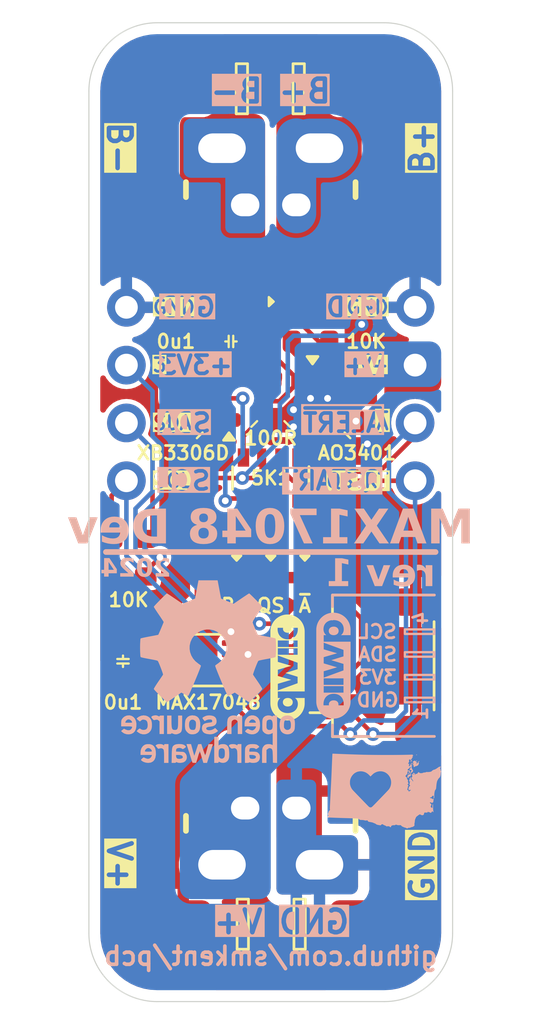
<source format=kicad_pcb>
(kicad_pcb (version 20240108) (generator "pcbnew") (generator_version "8.0")
  (layers (0 "F.Cu" signal) (31 "B.Cu" signal) (34 "B.Paste" user) (35 "F.Paste" user) (36 "B.SilkS" user "B.Silkscreen") (37 "F.SilkS" user "F.Silkscreen") (38 "B.Mask" user) (39 "F.Mask" user) (44 "Edge.Cuts" user))
  (net 0 "")
  (net 1 "GND")
  (net 2 "SDA")
  (net 3 "SCL")
  (net 4 "Net-(LED1-A)")
  (net 5 "B+")
  (net 6 "B-")
  (net 7 "QSTART")
  (net 8 "~{ALERT}")
  (net 9 "+3V3")
  (net 10 "Net-(LED2-A)")
  (net 11 "Net-(LED3-A)")
  (net 12 "Net-(LED4-A)")
  (net 13 "Net-(Q1-G)")
  (net 14 "VCC")
  (net 15 "/PROTECT_VDD")
  (footprint "custom:C_0603_1608Metric" (layer "F.Cu") (at 133.5 136.05 -90)
    (property "Reference" "C1" (hide yes))
    (property "Value" "0u1")
    (pad "1" smd roundrect (at -0.775 0 270) (size 0.9 0.95) (layers "F.Cu" "F.Paste" "F.Mask") (net 5 "B+"))
    (pad "2" smd roundrect (at 0.775 0 270) (size 0.9 0.95) (layers "F.Cu" "F.Paste" "F.Mask") (net 1 "GND"))
  )
  (footprint "custom:SOT-23_simple" (layer "F.Cu") (at 137 124.5 180)
    (property "Reference" "U2" (hide yes))
    (property "Value" "XB3306D")
    (pad "1" smd roundrect (at -0.9375 -0.95 180) (size 1.475 0.6) (layers "F.Cu" "F.Paste" "F.Mask") (net 1 "GND"))
    (pad "2" smd roundrect (at -0.9375 0.95 180) (size 1.475 0.6) (layers "F.Cu" "F.Paste" "F.Mask") (net 15 "/PROTECT_VDD"))
    (pad "3" smd roundrect (at 0.9375 0 180) (size 1.475 0.6) (layers "F.Cu" "F.Paste" "F.Mask") (net 6 "B-"))
  )
  (footprint "connectors:Qwiic-SMD-horizontal-logo-bottom-pinout" (layer "F.Cu") (at 144.5 136.25 90)
    (property "Reference" "J1" (hide yes))
    (property "Value" "Qwiic")
    (fp_text user "SCL" (at 1.5 0.2 0) (layer "B.SilkS") (effects (font (size 0.6 0.6) (thickness 0.12) (bold yes)) (justify mirror)))
    (fp_text user "4" (at 2.1 2.1 90) (layer "B.SilkS") (effects (font (size 0.6 0.6) (thickness 0.12) (bold yes)) (justify mirror)))
    (fp_text user "SDA" (at 0.5 0.2 0) (layer "B.SilkS") (effects (font (size 0.6 0.6) (thickness 0.12) (bold yes)) (justify mirror)))
    (fp_text user "1" (at -2.1 2.1 90) (layer "B.SilkS") (effects (font (size 0.6 0.6) (thickness 0.12) (bold yes)) (justify mirror)))
    (fp_text user "3V3" (at -0.5 0.2 0) (layer "B.SilkS") (effects (font (size 0.6 0.6) (thickness 0.12) (bold yes)) (justify mirror)))
    (fp_text user "GND" (at -1.5 0.2 0) (layer "B.SilkS") (effects (font (size 0.6 0.6) (thickness 0.12) (bold yes)) (justify mirror)))
    (pad "1" smd roundrect (at -1.5 -2 90) (size 0.6 1.55) (layers "F.Cu" "F.Paste" "F.Mask") (net 1 "GND"))
    (pad "2" smd roundrect (at -0.5 -2 90) (size 0.6 1.55) (layers "F.Cu" "F.Paste" "F.Mask") (net 9 "+3V3"))
    (pad "3" smd roundrect (at 0.5 -2 90) (size 0.6 1.55) (layers "F.Cu" "F.Paste" "F.Mask") (net 2 "SDA"))
    (pad "4" smd roundrect (at 1.5 -2 90) (size 0.6 1.55) (layers "F.Cu" "F.Paste" "F.Mask") (net 3 "SCL"))
    (pad "MP" smd roundrect (at -2.8 1.875 90) (size 1.2 1.8) (layers "F.Cu" "F.Paste" "F.Mask") (roundrect_rratio 0.208333) (net 1 "GND"))
    (pad "MP" smd roundrect (at 2.8 1.875 90) (size 1.2 1.8) (layers "F.Cu" "F.Paste" "F.Mask") (roundrect_rratio 0.208333) (net 1 "GND"))
  )
  (footprint "Resistor_SMD:R_Array_Convex_4x0603" (layer "F.Cu") (at 140 128 90)
    (property "Reference" "RN1" (hide yes))
    (property "Value" "5K1")
    (pad "1" smd rect (at -0.9 -1.2 90) (size 0.8 0.5) (layers "F.Cu" "F.Paste" "F.Mask") (net 6 "B-"))
    (pad "2" smd rect (at -0.9 -0.4 90) (size 0.8 0.4) (layers "F.Cu" "F.Paste" "F.Mask") (net 10 "Net-(LED2-A)"))
    (pad "3" smd rect (at -0.9 0.4 90) (size 0.8 0.4) (layers "F.Cu" "F.Paste" "F.Mask") (net 11 "Net-(LED3-A)"))
    (pad "4" smd rect (at -0.9 1.2 90) (size 0.8 0.5) (layers "F.Cu" "F.Paste" "F.Mask") (net 12 "Net-(LED4-A)"))
    (pad "5" smd rect (at 0.9 1.2 90) (size 0.8 0.5) (layers "F.Cu" "F.Paste" "F.Mask") (net 8 "~{ALERT}"))
    (pad "6" smd rect (at 0.9 0.4 90) (size 0.8 0.4) (layers "F.Cu" "F.Paste" "F.Mask") (net 7 "QSTART"))
    (pad "7" smd rect (at 0.9 -0.4 90) (size 0.8 0.4) (layers "F.Cu" "F.Paste" "F.Mask") (net 5 "B+"))
    (pad "8" smd rect (at 0.9 -1.2 90) (size 0.8 0.5) (layers "F.Cu" "F.Paste" "F.Mask") (net 4 "Net-(LED1-A)"))
  )
  (footprint "custom:TDFN-8-1EP_2x2mm_P0.5mm_EP0.8x1.2mm" (layer "F.Cu") (at 137.25 136)
    (property "Reference" "U1" (hide yes))
    (property "Value" "MAX17048")
    (pad "1" smd roundrect (at -0.9875 -0.75) (size 0.775 0.25) (layers "F.Cu" "F.Paste" "F.Mask") (net 1 "GND"))
    (pad "2" smd roundrect (at -0.9875 -0.25) (size 0.775 0.25) (layers "F.Cu" "F.Paste" "F.Mask") (net 5 "B+"))
    (pad "3" smd roundrect (at -0.9875 0.25) (size 0.775 0.25) (layers "F.Cu" "F.Paste" "F.Mask") (net 5 "B+"))
    (pad "4" smd roundrect (at -0.9875 0.75) (size 0.775 0.25) (layers "F.Cu" "F.Paste" "F.Mask") (net 1 "GND"))
    (pad "5" smd roundrect (at 0.9875 0.75) (size 0.775 0.25) (layers "F.Cu" "F.Paste" "F.Mask") (net 8 "~{ALERT}"))
    (pad "6" smd roundrect (at 0.9875 0.25) (size 0.775 0.25) (layers "F.Cu" "F.Paste" "F.Mask") (net 7 "QSTART"))
    (pad "7" smd roundrect (at 0.9875 -0.25) (size 0.775 0.25) (layers "F.Cu" "F.Paste" "F.Mask") (net 3 "SCL"))
    (pad "8" smd roundrect (at 0.9875 -0.75) (size 0.775 0.25) (layers "F.Cu" "F.Paste" "F.Mask") (net 2 "SDA"))
    (pad "9" smd rect (at 0 0) (size 0.8 1.2) (property pad_prop_heatsink) (layers "F.Cu" "F.Mask") (net 1 "GND"))
  )
  (footprint "custom:LED_0603_1608Metric_Pad1.05x0.95mm_HandSolder_simple" (layer "F.Cu") (at 140 120.25 180)
    (property "Reference" "LED1" (hide yes))
    (property "Value" "Red")
    (pad "1" smd roundrect (at -0.875 0 180) (size 1.05 0.95) (layers "F.Cu" "F.Paste" "F.Mask") (net 5 "B+"))
    (pad "2" smd roundrect (at 0.875 0 180) (size 1.05 0.95) (layers "F.Cu" "F.Paste" "F.Mask") (net 4 "Net-(LED1-A)"))
  )
  (footprint "custom:LED_0603_1608Metric_Pad1.05x0.95mm_HandSolder_simple" (layer "F.Cu") (at 138.5 131.5 90)
    (property "Reference" "LED2" (hide yes))
    (property "Value" "Green")
    (pad "1" smd roundrect (at -0.875 0 90) (size 1.05 0.95) (layers "F.Cu" "F.Paste" "F.Mask") (net 1 "GND"))
    (pad "2" smd roundrect (at 0.875 0 90) (size 1.05 0.95) (layers "F.Cu" "F.Paste" "F.Mask") (net 10 "Net-(LED2-A)"))
  )
  (footprint "custom:LED_0603_1608Metric_Pad1.05x0.95mm_HandSolder_simple" (layer "F.Cu") (at 140 131.5 90)
    (property "Reference" "LED3" (hide yes))
    (property "Value" "White")
    (pad "1" smd roundrect (at -0.875 0 90) (size 1.05 0.95) (layers "F.Cu" "F.Paste" "F.Mask") (net 1 "GND"))
    (pad "2" smd roundrect (at 0.875 0 90) (size 1.05 0.95) (layers "F.Cu" "F.Paste" "F.Mask") (net 11 "Net-(LED3-A)"))
  )
  (footprint "custom:SOT-23_simple" (layer "F.Cu") (at 143 124.5)
    (property "Reference" "Q1" (hide yes))
    (property "Value" "AO3401A")
    (pad "1" smd roundrect (at -0.9375 -0.95) (size 1.475 0.6) (layers "F.Cu" "F.Paste" "F.Mask") (net 13 "Net-(Q1-G)"))
    (pad "2" smd roundrect (at -0.9375 0.95) (size 1.475 0.6) (layers "F.Cu" "F.Paste" "F.Mask") (net 14 "VCC"))
    (pad "3" smd roundrect (at 0.9375 0) (size 1.475 0.6) (layers "F.Cu" "F.Paste" "F.Mask") (net 5 "B+"))
  )
  (footprint "custom:Conn_Combo_TerminalBlock_JST-1x02-XH_PH-pad2gnd" (layer "F.Cu") (at 140 142.5)
    (property "Reference" "J5" (hide yes))
    (property "Value" "JST XH / PH / screw terminal")
    (pad "1" thru_hole oval (at -2.145 2.4892) (size 3.39 2.6) (drill oval 2.09 1.3) (layers "*.Cu" "*.Mask") (net 14 "VCC"))
    (pad "1" smd roundrect (at -1.25 -0.75) (size 2 5) (layers "F.Cu" "F.Paste" "F.Mask") (net 14 "VCC"))
    (pad "1" thru_hole oval (at -1.125 0) (size 1.75 5.05) (drill oval 1.25 1 (offset 0 1.275)) (layers "*.Cu" "*.Mask") (net 14 "VCC"))
    (pad "2" thru_hole roundrect (at 1.125 0) (size 1.75 5.05) (drill oval 1.25 1 (offset 0 1.275)) (layers "*.Cu" "*.Mask") (roundrect_rratio 0.1428571429) (net 1 "GND"))
    (pad "2" smd roundrect (at 1.25 -0.75) (size 2 5) (layers "F.Cu" "F.Paste" "F.Mask") (net 1 "GND"))
    (pad "2" thru_hole roundrect (at 2.145 2.4892) (size 3.39 2.6) (drill oval 2.09 1.3) (layers "*.Cu" "*.Mask") (roundrect_rratio 0.125) (net 1 "GND"))
    (pad "MP" smd roundrect (at -3.85 5.75) (size 2.5 3.4) (layers "F.Cu" "F.Paste" "F.Mask") (roundrect_rratio 0.166667) (net 1 "GND"))
    (pad "MP" smd roundrect (at 3.85 5.75) (size 2.5 3.4) (layers "F.Cu" "F.Paste" "F.Mask") (roundrect_rratio 0.166667) (net 1 "GND"))
  )
  (footprint "custom:C_0603_1608Metric" (layer "F.Cu") (at 138.25 122 180)
    (property "Reference" "C2" (hide yes))
    (property "Value" "0u1")
    (pad "1" smd roundrect (at -0.775 0 180) (size 0.9 0.95) (layers "F.Cu" "F.Paste" "F.Mask") (net 15 "/PROTECT_VDD"))
    (pad "2" smd roundrect (at 0.775 0 180) (size 0.9 0.95) (layers "F.Cu" "F.Paste" "F.Mask") (net 6 "B-"))
  )
  (footprint "custom:R_0603_1608Metric_simple" (layer "F.Cu") (at 133 131.5 90)
    (property "Reference" "R3" (hide yes))
    (property "Value" "10K")
    (pad "1" smd roundrect (at -0.825 0 90) (size 0.8 0.95) (layers "F.Cu" "F.Paste" "F.Mask") (net 9 "+3V3"))
    (pad "2" smd roundrect (at 0.825 0 90) (size 0.8 0.95) (layers "F.Cu" "F.Paste" "F.Mask") (net 3 "SCL"))
  )
  (footprint "custom:Conn_Combo_TerminalBlock_JST-1x02-XH_PH-pad2gnd" (layer "F.Cu") (at 140 116 180)
    (property "Reference" "J2" (hide yes))
    (property "Value" "JST XH / PH / screw terminal")
    (pad "1" thru_hole oval (at -2.145 2.4892 180) (size 3.39 2.6) (drill oval 2.09 1.3) (layers "*.Cu" "*.Mask") (net 5 "B+"))
    (pad "1" smd roundrect (at -1.25 -0.75 180) (size 2 5) (layers "F.Cu" "F.Paste" "F.Mask") (net 5 "B+"))
    (pad "1" thru_hole oval (at -1.125 0 180) (size 1.75 5.05) (drill oval 1.25 1 (offset 0 1.275)) (layers "*.Cu" "*.Mask") (net 5 "B+"))
    (pad "2" thru_hole roundrect (at 1.125 0 180) (size 1.75 5.05) (drill oval 1.25 1 (offset 0 1.275)) (layers "*.Cu" "*.Mask") (roundrect_rratio 0.1428571429) (net 6 "B-"))
    (pad "2" smd roundrect (at 1.25 -0.75 180) (size 2 5) (layers "F.Cu" "F.Paste" "F.Mask") (net 6 "B-"))
    (pad "2" thru_hole roundrect (at 2.145 2.4892 180) (size 3.39 2.6) (drill oval 2.09 1.3) (layers "*.Cu" "*.Mask") (roundrect_rratio 0.125) (net 6 "B-"))
    (pad "MP" smd roundrect (at -3.85 5.75 180) (size 2.5 3.4) (layers "F.Cu" "F.Paste" "F.Mask") (roundrect_rratio 0.166667) (net 1 "GND"))
    (pad "MP" smd roundrect (at 3.85 5.75 180) (size 2.5 3.4) (layers "F.Cu" "F.Paste" "F.Mask") (roundrect_rratio 0.166667) (net 1 "GND"))
  )
  (footprint "custom:R_0603_1608Metric_simple" (layer "F.Cu") (at 140 124.5 -90)
    (property "Reference" "R1" (hide yes))
    (property "Value" "100R")
    (pad "1" smd roundrect (at -0.825 0 270) (size 0.8 0.95) (layers "F.Cu" "F.Paste" "F.Mask") (net 15 "/PROTECT_VDD"))
    (pad "2" smd roundrect (at 0.825 0 270) (size 0.8 0.95) (layers "F.Cu" "F.Paste" "F.Mask") (net 14 "VCC"))
  )
  (footprint "custom:R_0603_1608Metric_simple" (layer "F.Cu") (at 134.5 131.5 90)
    (property "Reference" "R2" (hide yes))
    (property "Value" "10K")
    (pad "1" smd roundrect (at -0.825 0 90) (size 0.8 0.95) (layers "F.Cu" "F.Paste" "F.Mask") (net 9 "+3V3"))
    (pad "2" smd roundrect (at 0.825 0 90) (size 0.8 0.95) (layers "F.Cu" "F.Paste" "F.Mask") (net 2 "SDA"))
  )
  (footprint "custom:R_0603_1608Metric_simple" (layer "F.Cu") (at 141.75 122)
    (property "Reference" "R4" (hide yes))
    (property "Value" "10K")
    (pad "1" smd roundrect (at -0.825 0) (size 0.8 0.95) (layers "F.Cu" "F.Paste" "F.Mask") (net 13 "Net-(Q1-G)"))
    (pad "2" smd roundrect (at 0.825 0) (size 0.8 0.95) (layers "F.Cu" "F.Paste" "F.Mask") (net 6 "B-"))
  )
  (footprint "custom:LED_0603_1608Metric_Pad1.05x0.95mm_HandSolder_simple" (layer "F.Cu") (at 141.5 131.5 90)
    (property "Reference" "LED4" (hide yes))
    (property "Value" "Pink")
    (pad "1" smd roundrect (at -0.875 0 90) (size 1.05 0.95) (layers "F.Cu" "F.Paste" "F.Mask") (net 1 "GND"))
    (pad "2" smd roundrect (at 0.875 0 90) (size 1.05 0.95) (layers "F.Cu" "F.Paste" "F.Mask") (net 12 "Net-(LED4-A)"))
  )
  (footprint "custom:PinHeader_1x04_P2.54mm_Vertical_simple" (layer "B.Cu") (at 146.35 120.5 180)
    (property "Reference" "J4" (hide yes))
    (property "Value" "Pin headers")
    (pad "1" thru_hole oval (at 0 0 180) (size 1.7 1.7) (drill 1) (layers "*.Cu" "*.Mask") (net 1 "GND"))
    (pad "2" thru_hole oval (at 0 -2.54 180) (size 1.7 1.7) (drill 1) (layers "*.Cu" "*.Mask") (net 14 "VCC"))
    (pad "3" thru_hole oval (at 0 -5.08 180) (size 1.7 1.7) (drill 1) (layers "*.Cu" "*.Mask") (net 8 "~{ALERT}"))
    (pad "4" thru_hole oval (at 0 -7.62 180) (size 1.7 1.7) (drill 1) (layers "*.Cu" "*.Mask") (net 7 "QSTART"))
  )
  (footprint "Symbol:OSHW-Logo_7.5x8mm_SilkScreen" (layer "B.Cu") (at 137.25 136.5 180)
    (property "Reference" "REF**" (hide yes))
    (property "Value" "OSHW-Logo_7.5x8mm_SilkScreen" (hide yes))
  )
  (footprint "custom:PinHeader_1x04_P2.54mm_Vertical_simple" (layer "B.Cu") (at 133.65 120.5 180)
    (property "Reference" "J3" (hide yes))
    (property "Value" "Pin headers")
    (pad "1" thru_hole oval (at 0 0 180) (size 1.7 1.7) (drill 1) (layers "*.Cu" "*.Mask") (net 1 "GND"))
    (pad "2" thru_hole oval (at 0 -2.54 180) (size 1.7 1.7) (drill 1) (layers "*.Cu" "*.Mask") (net 9 "+3V3"))
    (pad "3" thru_hole oval (at 0 -5.08 180) (size 1.7 1.7) (drill 1) (layers "*.Cu" "*.Mask") (net 2 "SDA"))
    (pad "4" thru_hole oval (at 0 -7.62 180) (size 1.7 1.7) (drill 1) (layers "*.Cu" "*.Mask") (net 3 "SCL"))
  )
  (footprint "graphics:wa-state-heart-5mm" (layer "B.Cu") (at 145 141.75 180)
    (property "Reference" "G***" (hide yes))
    (property "Value" "LOGO" (hide yes))
  )
  (gr_line (start 147.25 131.25) (end 132.75 131.25) (stroke (width 0.25)) (layer "B.SilkS"))
  (gr_line (start 143.5 126.25) (end 143.25 126) (stroke (width 0.1)) (layer "F.SilkS"))
  (gr_line (start 140.6 125.5) (end 140.85 125.75) (stroke (width 0.1)) (layer "F.SilkS"))
  (gr_line (start 139.15 125.75) (end 139.4 125.5) (stroke (width 0.1)) (layer "F.SilkS"))
  (gr_line (start 137 126) (end 136.75 126.25) (stroke (width 0.1)) (layer "F.SilkS"))
  (gr_arc (start 135 151) (mid 132.87868 150.12132) (end 132 148) (stroke (width 0.05)) (layer "Edge.Cuts"))
  (gr_arc (start 145 108) (mid 147.12132 108.87868) (end 148 111) (stroke (width 0.05)) (layer "Edge.Cuts"))
  (gr_line (start 135 108) (end 145 108) (stroke (width 0.05)) (layer "Edge.Cuts"))
  (gr_line (start 145 151) (end 135 151) (stroke (width 0.05)) (layer "Edge.Cuts"))
  (gr_arc (start 148 148) (mid 147.12132 150.12132) (end 145 151) (stroke (width 0.05)) (layer "Edge.Cuts"))
  (gr_line (start 132 148) (end 132 111) (stroke (width 0.05)) (layer "Edge.Cuts"))
  (gr_arc (start 132 111) (mid 132.87868 108.87868) (end 135 108) (stroke (width 0.05)) (layer "Edge.Cuts"))
  (gr_line (start 148 111) (end 148 148) (stroke (width 0.05)) (layer "Edge.Cuts"))
  (gr_text "+3V3" (at 135 123.04 0) (layer "B.SilkS" knockout) (effects (font (size 0.8 0.8) (thickness 0.16) (bold yes)) (justify right mirror)))
  (gr_text "MAX17048 Dev" (at 140 130.25 -0) (layer "B.SilkS") (effects (font (size 1.5 1.5) (thickness 0.3) (bold yes)) (justify mirror)))
  (gr_text "V+" (at 139.75 147.5 -0) (layer "B.SilkS" knockout) (effects (font (size 1 1) (thickness 0.2) (bold yes)) (justify left mirror)))
  (gr_text "~{ALERT}" (at 145 125.58 0) (layer "B.SilkS" knockout) (effects (font (size 0.8 0.8) (thickness 0.16) (bold yes)) (justify left mirror)))
  (gr_text "GND" (at 145 120.5 0) (layer "B.SilkS" knockout) (effects (font (size 0.8 0.8) (thickness 0.16) (bold yes)) (justify left mirror)))
  (gr_text "rev 1" (at 147.25 132.25 0) (layer "B.SilkS") (effects (font (size 1.2 1.2) (thickness 0.24) (bold yes)) (justify left mirror)))
  (gr_text "GND" (at 135 120.5 0) (layer "B.SilkS" knockout) (effects (font (size 0.8 0.8) (thickness 0.16) (bold yes)) (justify right mirror)))
  (gr_text "2024" (at 132.5 132 0) (layer "B.SilkS") (effects (font (size 0.8 0.8) (thickness 0.24) (bold yes)) (justify right mirror)))
  (gr_text "QSTART" (at 145 128.12 0) (layer "B.SilkS" knockout) (effects (font (size 0.8 0.8) (thickness 0.16) (bold yes)) (justify left mirror)))
  (gr_text "SCL" (at 135 128.12 0) (layer "B.SilkS" knockout) (effects (font (size 0.8 0.8) (thickness 0.16) (bold yes)) (justify right mirror)))
  (gr_text "B+" (at 140.25 111 -0) (layer "B.SilkS" knockout) (effects (font (size 1 1) (thickness 0.2) (bold yes)) (justify right mirror)))
  (gr_text "github.com/smkent/pcb" (at 140 149 0) (layer "B.SilkS") (effects (font (size 0.8 0.8) (thickness 0.16) (bold yes)) (justify mirror)))
  (gr_text "SDA" (at 135 125.58 0) (layer "B.SilkS" knockout) (effects (font (size 0.8 0.8) (thickness 0.16) (bold yes)) (justify right mirror)))
  (gr_text "B-" (at 139.75 111 -0) (layer "B.SilkS" knockout) (effects (font (size 1 1) (thickness 0.2) (bold yes)) (justify left mirror)))
  (gr_text "V+" (at 145 123.04 0) (layer "B.SilkS" knockout) (effects (font (size 0.8 0.8) (thickness 0.16) (bold yes)) (justify left mirror)))
  (gr_text "GND" (at 140.25 147.5 -0) (layer "B.SilkS" knockout) (effects (font (size 1 1) (thickness 0.2) (bold yes)) (justify right mirror)))
  (gr_text "10K" (at 133.75 133 0) (layer "F.SilkS") (effects (font (size 0.6 0.6) (thickness 0.12) (bold yes)) (justify top)))
  (gr_text "0u1" (at 136.75 122 0) (layer "F.SilkS") (effects (font (size 0.6 0.6) (thickness 0.12) (bold yes)) (justify right)))
  (gr_text "SCL" (at 134.75 128.12 0) (layer "F.SilkS" knockout) (effects (font (size 0.6 0.6) (thickness 0.12) (bold yes)) (justify left)))
  (gr_text "V+" (at 145.25 123.04 0) (layer "F.SilkS" knockout) (effects (font (size 0.6 0.6) (thickness 0.12) (bold yes)) (justify right)))
  (gr_text "V+" (at 132.75 145 -90) (layer "F.SilkS" knockout) (effects (font (size 1 1) (thickness 0.2) (bold yes)) (justify bottom)))
  (gr_text "3" (at 134.75 123.04 0) (layer "F.SilkS" knockout) (effects (font (size 0.6 0.6) (thickness 0.12) (bold yes)) (justify left)))
  (gr_text "5K1" (at 140 128 0) (layer "F.SilkS") (effects (font (size 0.6 0.6) (thickness 0.12) (bold yes))))
  (gr_text "~{A}" (at 141.5 133.25 0) (layer "F.SilkS") (effects (font (size 0.6 0.6) (thickness 0.12) (bold yes)) (justify top)))
  (gr_text "XB3306D" (at 138.25 126.9 0) (layer "F.SilkS") (effects (font (size 0.6 0.6) (thickness 0.12) (bold yes)) (justify right)))
  (gr_text "GND" (at 134.75 120.5 0) (layer "F.SilkS" knockout) (effects (font (size 0.6 0.6) (thickness 0.12) (bold yes)) (justify left)))
  (gr_text "B-" (at 132.75 113.5 -90) (layer "F.SilkS" knockout) (effects (font (size 1 1) (thickness 0.2) (bold yes)) (justify bottom)))
  (gr_text "MAX17048" (at 137.25 137.5 0) (layer "F.SilkS") (effects (font (size 0.6 0.6) (thickness 0.12) (bold yes)) (justify top)))
  (gr_text "B+" (at 138.5 133.25 0) (layer "F.SilkS") (effects (font (size 0.6 0.6) (thickness 0.12) (bold yes)) (justify top)))
  (gr_text "GND" (at 147.25 145 90) (layer "F.SilkS" knockout) (effects (font (size 1 1) (thickness 0.2) (bold yes)) (justify bottom)))
  (gr_text "10K" (at 143.25 122 0) (layer "F.SilkS") (effects (font (size 0.6 0.6) (thickness 0.12) (bold yes)) (justify left)))
  (gr_text "AO3401" (at 142 126.9 0) (layer "F.SilkS") (effects (font (size 0.6 0.6) (thickness 0.12) (bold yes)) (justify left)))
  (gr_text "0u1" (at 133.5 137.5 0) (layer "F.SilkS") (effects (font (size 0.6 0.6) (thickness 0.12) (bold yes)) (justify top)))
  (gr_text "~{A}" (at 145.25 125.58 0) (layer "F.SilkS" knockout) (effects (font (size 0.6 0.6) (thickness 0.12) (bold yes)) (justify right)))
  (gr_text "QS" (at 140 133.25 0) (layer "F.SilkS") (effects (font (size 0.6 0.6) (thickness 0.12) (bold yes)) (justify top)))
  (gr_text "QSTRT" (at 145.25 128.12 0) (layer "F.SilkS" knockout) (effects (font (size 0.6 0.6) (thickness 0.12) (bold yes)) (justify right)))
  (gr_text "B+" (at 147.25 113.5 90) (layer "F.SilkS" knockout) (effects (font (size 1 1) (thickness 0.2) (bold yes)) (justify bottom)))
  (gr_text "GND" (at 145.25 120.5 0) (layer "F.SilkS" knockout) (effects (font (size 0.6 0.6) (thickness 0.12) (bold yes)) (justify right)))
  (gr_text "100R" (at 140 126.25 0) (layer "F.SilkS") (effects (font (size 0.6 0.6) (thickness 0.12) (bold yes))))
  (gr_text "SDA" (at 134.75 125.58 0) (layer "F.SilkS" knockout) (effects (font (size 0.6 0.6) (thickness 0.12) (bold yes)) (justify left)))
  (segment (start 135.25 111.15) (end 135.25 113) (width 0.2) (layer "F.Cu") (net 1))
  (segment (start 136.15 110.25) (end 135.25 111.15) (width 0.2) (layer "F.Cu") (net 1))
  (via (at 144.25 126.5) (size 0.6) (drill 0.3) (layers "F.Cu" "B.Cu") (net 1))
  (segment (start 143.575 134.325) (end 143.575 135.449999) (width 0.2) (layer "F.Cu") (net 2))
  (segment (start 138.2375 134.7625) (end 138.25 134.75) (width 0.2) (layer "F.Cu") (net 2))
  (segment (start 138.2375 135.25) (end 138.4875 135) (width 0.2) (layer "F.Cu") (net 2))
  (segment (start 143.274999 135.75) (end 142.5 135.75) (width 0.2) (layer "F.Cu") (net 2))
  (segment (start 141.665685 134.15) (end 143.4 134.15) (width 0.2) (layer "F.Cu") (net 2))
  (segment (start 140.815685 135) (end 141.665685 134.15) (width 0.2) (layer "F.Cu") (net 2))
  (segment (start 134.8 126.73) (end 134.8 130.375) (width 0.2) (layer "F.Cu") (net 2))
  (segment (start 138.2375 135.25) (end 138.2375 134.7625) (width 0.2) (layer "F.Cu") (net 2))
  (segment (start 133.65 125.58) (end 134.8 126.73) (width 0.2) (layer "F.Cu") (net 2))
  (segment (start 138.4875 135) (end 140.815685 135) (width 0.2) (layer "F.Cu") (net 2))
  (segment (start 143.4 134.15) (end 143.575 134.325) (width 0.2) (layer "F.Cu") (net 2))
  (segment (start 143.575 135.449999) (end 143.274999 135.75) (width 0.2) (layer "F.Cu") (net 2))
  (segment (start 134.8 130.375) (end 134.5 130.675) (width 0.2) (layer "F.Cu") (net 2))
  (via (at 138.25 134.75) (size 0.6) (drill 0.3) (layers "F.Cu" "B.Cu") (net 2))
  (segment (start 134.8 126.73) (end 134.8 128.596346) (width 0.2) (layer "B.Cu") (net 2))
  (segment (start 134.8 128.596346) (end 134.05 129.346346) (width 0.2) (layer "B.Cu") (net 2))
  (segment (start 134.05 129.346346) (end 134.05 131.257843) (width 0.2) (layer "B.Cu") (net 2))
  (segment (start 134.05 131.257843) (end 137.542157 134.75) (width 0.2) (layer "B.Cu") (net 2))
  (segment (start 137.542157 134.75) (end 138.25 134.75) (width 0.2) (layer "B.Cu") (net 2))
  (segment (start 133.65 125.58) (end 134.8 126.73) (width 0.2) (layer "B.Cu") (net 2))
  (segment (start 133 130.675) (end 133 128.77) (width 0.2) (layer "F.Cu") (net 3))
  (segment (start 139.35 135.4) (end 140.981371 135.4) (width 0.2) (layer "F.Cu") (net 3))
  (segment (start 138.2375 135.75) (end 139 135.75) (width 0.2) (layer "F.Cu") (net 3))
  (segment (start 141.631371 134.75) (end 142.5 134.75) (width 0.2) (layer "F.Cu") (net 3))
  (segment (start 140.981371 135.4) (end 141.631371 134.75) (width 0.2) (layer "F.Cu") (net 3))
  (segment (start 133 128.77) (end 133.65 128.12) (width 0.2) (layer "F.Cu") (net 3))
  (segment (start 139 135.75) (end 139.35 135.4) (width 0.2) (layer "F.Cu") (net 3))
  (via (at 139 135.75) (size 0.6) (drill 0.3) (layers "F.Cu" "B.Cu") (net 3))
  (segment (start 139 135.75) (end 137.976471 135.75) (width 0.2) (layer "B.Cu") (net 3))
  (segment (start 133.65 131.423529) (end 133.65 128.12) (width 0.2) (layer "B.Cu") (net 3))
  (segment (start 137.976471 135.75) (end 133.65 131.423529) (width 0.2) (layer "B.Cu") (net 3))
  (segment (start 139.225 125.737648) (end 138.8 126.162648) (width 0.2) (layer "F.Cu") (net 4))
  (segment (start 140.225 121.975) (end 140.225 122.712352) (width 0.2) (layer "F.Cu") (net 4))
  (segment (start 139.512352 124.625) (end 139.225 124.912352) (width 0.2) (layer "F.Cu") (net 4))
  (segment (start 140.225 122.712352) (end 141 123.487352) (width 0.2) (layer "F.Cu") (net 4))
  (segment (start 141 123.487352) (end 141 124) (width 0.2) (layer "F.Cu") (net 4))
  (segment (start 141 124) (end 140.375 124.625) (width 0.2) (layer "F.Cu") (net 4))
  (segment (start 138.8 126.162648) (end 138.8 127.1) (width 0.2) (layer "F.Cu") (net 4))
  (segment (start 139.125 120.875) (end 140.225 121.975) (width 0.2) (layer "F.Cu") (net 4))
  (segment (start 139.225 124.912352) (end 139.225 125.737648) (width 0.2) (layer "F.Cu") (net 4))
  (segment (start 139.125 120.25) (end 139.125 120.875) (width 0.2) (layer "F.Cu") (net 4))
  (segment (start 140.375 124.625) (end 139.512352 124.625) (width 0.2) (layer "F.Cu") (net 4))
  (segment (start 139.6 127.7) (end 139.3 128) (width 0.2) (layer "F.Cu") (net 5))
  (segment (start 135.860614 135.75) (end 135.25 135.139386) (width 0.2) (layer "F.Cu") (net 5))
  (segment (start 136.2625 135.75) (end 135.860614 135.75) (width 0.2) (layer "F.Cu") (net 5))
  (segment (start 136.75 128.75) (end 137.5 128) (width 0.2) (layer "F.Cu") (net 5))
  (segment (start 139.3 128) (end 138.75 128) (width 0.2) (layer "F.Cu") (net 5))
  (segment (start 137.5 128) (end 138.75 128) (width 0.2) (layer "F.Cu") (net 5))
  (segment (start 136.75 133.277654) (end 136.75 128.75) (width 0.2) (layer "F.Cu") (net 5))
  (segment (start 135.25 135.139386) (end 135.25 134.777654) (width 0.2) (layer "F.Cu") (net 5))
  (segment (start 139.6 127.1) (end 139.6 127.7) (width 0.2) (layer "F.Cu") (net 5))
  (segment (start 135.25 134.777654) (end 136.75 133.277654) (width 0.2) (layer "F.Cu") (net 5))
  (via (at 138.75 128) (size 0.6) (drill 0.3) (layers "F.Cu" "B.Cu") (net 5))
  (via (at 144 121.25) (size 0.6) (drill 0.3) (layers "F.Cu" "B.Cu") (net 5))
  (segment (start 138.75 128) (end 140.4 126.35) (width 0.2) (layer "B.Cu") (net 5))
  (segment (start 140.75 122) (end 141 121.75) (width 0.2) (layer "B.Cu") (net 5))
  (segment (start 143.5 121.75) (end 144 121.25) (width 0.2) (layer "B.Cu") (net 5))
  (segment (start 141 121.75) (end 143.5 121.75) (width 0.2) (layer "B.Cu") (net 5))
  (segment (start 140.75 124.401471) (end 140.75 122) (width 0.2) (layer "B.Cu") (net 5))
  (segment (start 140.4 124.751471) (end 140.75 124.401471) (width 0.2) (layer "B.Cu") (net 5))
  (segment (start 140.4 126.35) (end 140.4 124.751471) (width 0.2) (layer "B.Cu") (net 5))
  (segment (start 139.95 120.666722) (end 139.95 119.7) (width 0.2) (layer "F.Cu") (net 6))
  (segment (start 140.308278 121.025) (end 139.95 120.666722) (width 0.2) (layer "F.Cu") (net 6))
  (segment (start 138.1 128.9) (end 138 129) (width 0.2) (layer "F.Cu") (net 6))
  (segment (start 141.137648 121.025) (end 140.308278 121.025) (width 0.2) (layer "F.Cu") (net 6))
  (segment (start 142.112648 122) (end 141.137648 121.025) (width 0.2) (layer "F.Cu") (net 6))
  (segment (start 138.8 128.9) (end 138.1 128.9) (width 0.2) (layer "F.Cu") (net 6))
  (segment (start 139.95 119.7) (end 138.75 118.5) (width 0.2) (layer "F.Cu") (net 6))
  (segment (start 138.766737 124.5) (end 136.0625 124.5) (width 0.2) (layer "F.Cu") (net 6))
  (segment (start 138.75 118.5) (end 138.75 116.75) (width 0.2) (layer "F.Cu") (net 6))
  (segment (start 142.575 122) (end 142.112648 122) (width 0.2) (layer "F.Cu") (net 6))
  (via (at 138.766737 124.5) (size 0.6) (drill 0.3) (layers "F.Cu" "B.Cu") (net 6))
  (via (at 138 129) (size 0.6) (drill 0.3) (layers "F.Cu" "B.Cu") (net 6))
  (segment (start 138.766737 126.983263) (end 138 127.75) (width 0.2) (layer "B.Cu") (net 6))
  (segment (start 138.766737 124.5) (end 138.766737 126.983263) (width 0.2) (layer "B.Cu") (net 6))
  (segment (start 138 127.75) (end 138 129) (width 0.2) (layer "B.Cu") (net 6))
  (segment (start 138.925 137.974265) (end 139.450735 138.5) (width 0.2) (layer "F.Cu") (net 7))
  (segment (start 138.925 136.535614) (end 138.925 137.974265) (width 0.2) (layer "F.Cu") (net 7))
  (segment (start 138.639386 136.25) (end 138.925 136.535614) (width 0.2) (layer "F.Cu") (net 7))
  (segment (start 138.2375 136.25) (end 138.639386 136.25) (width 0.2) (layer "F.Cu") (net 7))
  (segment (start 139.450735 138.5) (end 143.75 138.5) (width 0.2) (layer "F.Cu") (net 7))
  (segment (start 146.35 128.12) (end 140.97 128.12) (width 0.2) (layer "F.Cu") (net 7))
  (segment (start 140.97 128.12) (end 140.4 127.55) (width 0.2) (layer "F.Cu") (net 7))
  (segment (start 143.75 138.5) (end 144.5 139.25) (width 0.2) (layer "F.Cu") (net 7))
  (segment (start 140.4 127.55) (end 140.4 127.1) (width 0.2) (layer "F.Cu") (net 7))
  (via (at 144.5 139.25) (size 0.6) (drill 0.3) (layers "F.Cu" "B.Cu") (net 7))
  (segment (start 146.35 138.4) (end 146.35 128.12) (width 0.2) (layer "B.Cu") (net 7))
  (segment (start 144.5 139.25) (end 145.5 139.25) (width 0.2) (layer "B.Cu") (net 7))
  (segment (start 145.5 139.25) (end 146.35 138.4) (width 0.2) (layer "B.Cu") (net 7))
  (segment (start 138.2375 136.75) (end 138.525 137.0375) (width 0.2) (layer "F.Cu") (net 8))
  (segment (start 141.2 127.1) (end 141.2 127.45) (width 0.2) (layer "F.Cu") (net 8))
  (segment (start 138.525 138.139951) (end 139.285049 138.9) (width 0.2) (layer "F.Cu") (net 8))
  (segment (start 139.285049 138.9) (end 143.15 138.9) (width 0.2) (layer "F.Cu") (net 8))
  (segment (start 146.35 126.15) (end 146.35 125.58) (width 0.2) (layer "F.Cu") (net 8))
  (segment (start 141.2 127.45) (end 141.47 127.72) (width 0.2) (layer "F.Cu") (net 8))
  (segment (start 138.525 137.0375) (end 138.525 138.139951) (width 0.2) (layer "F.Cu") (net 8))
  (segment (start 144.78 127.72) (end 146.35 126.15) (width 0.2) (layer "F.Cu") (net 8))
  (segment (start 143.15 138.9) (end 143.5 139.25) (width 0.2) (layer "F.Cu") (net 8))
  (segment (start 141.47 127.72) (end 144.78 127.72) (width 0.2) (layer "F.Cu") (net 8))
  (via (at 143.5 139.25) (size 0.6) (drill 0.3) (layers "F.Cu" "B.Cu") (net 8))
  (segment (start 145.2 126.73) (end 145.2 128.596346) (width 0.2) (layer "B.Cu") (net 8))
  (segment (start 145.95 138.234314) (end 145.534314 138.65) (width 0.2) (layer "B.Cu") (net 8))
  (segment (start 145.2 128.596346) (end 145.95 129.346346) (width 0.2) (layer "B.Cu") (net 8))
  (segment (start 145.534314 138.65) (end 144.1 138.65) (width 0.2) (layer "B.Cu") (net 8))
  (segment (start 144.1 138.65) (end 143.5 139.25) (width 0.2) (layer "B.Cu") (net 8))
  (segment (start 145.95 129.346346) (end 145.95 138.234314) (width 0.2) (layer "B.Cu") (net 8))
  (segment (start 146.35 125.58) (end 145.2 126.73) (width 0.2) (layer "B.Cu") (net 8))
  (segment (start 143.274999 136.75) (end 143.975 136.049999) (width 0.2) (layer "F.Cu") (net 9))
  (segment (start 134.5 132.107672) (end 135.124179 131.483493) (width 0.2) (layer "F.Cu") (net 9))
  (segment (start 140.85 134.4) (end 139.5 134.4) (width 0.2) (layer "F.Cu") (net 9))
  (segment (start 143.975 134.159314) (end 143.565686 133.75) (width 0.2) (layer "F.Cu") (net 9))
  (segment (start 134.5 132.325) (end 134.5 132.107672) (width 0.2) (layer "F.Cu") (net 9))
  (segment (start 143.565686 133.75) (end 141.5 133.75) (width 0.2) (layer "F.Cu") (net 9))
  (segment (start 142.5 136.75) (end 143.274999 136.75) (width 0.2) (layer "F.Cu") (net 9))
  (segment (start 141.5 133.75) (end 140.85 134.4) (width 0.2) (layer "F.Cu") (net 9))
  (segment (start 143.975 136.049999) (end 143.975 134.159314) (width 0.2) (layer "F.Cu") (net 9))
  (segment (start 133 132.325) (end 134.5 132.325) (width 0.2) (layer "F.Cu") (net 9))
  (via (at 135.124179 131.483493) (size 0.6) (drill 0.3) (layers "F.Cu" "B.Cu") (net 9))
  (via (at 139.5 134.4) (size 0.6) (drill 0.3) (layers "F.Cu" "B.Cu") (net 9))
  (segment (start 135.124179 131.483493) (end 134.841336 131.483493) (width 0.2) (layer "B.Cu") (net 9))
  (segment (start 134.45 131.092157) (end 134.45 129.512032) (width 0.2) (layer "B.Cu") (net 9))
  (segment (start 139.5 134.4) (end 139.25 134.15) (width 0.2) (layer "B.Cu") (net 9))
  (segment (start 134.8 124.19) (end 133.65 123.04) (width 0.2) (layer "B.Cu") (net 9))
  (segment (start 139.25 134.15) (end 137.507843 134.15) (width 0.2) (layer "B.Cu") (net 9))
  (segment (start 135.124179 131.766336) (end 135.124179 131.483493) (width 0.2) (layer "B.Cu") (net 9))
  (segment (start 135.2 126.564314) (end 134.8 126.164314) (width 0.2) (layer "B.Cu") (net 9))
  (segment (start 134.8 126.164314) (end 134.8 124.19) (width 0.2) (layer "B.Cu") (net 9))
  (segment (start 135.2 128.762032) (end 135.2 126.564314) (width 0.2) (layer "B.Cu") (net 9))
  (segment (start 137.507843 134.15) (end 135.124179 131.766336) (width 0.2) (layer "B.Cu") (net 9))
  (segment (start 134.841336 131.483493) (end 134.45 131.092157) (width 0.2) (layer "B.Cu") (net 9))
  (segment (start 134.45 129.512032) (end 135.2 128.762032) (width 0.2) (layer "B.Cu") (net 9))
  (segment (start 139.6 129.525) (end 139.6 128.9) (width 0.2) (layer "F.Cu") (net 10))
  (segment (start 138.5 130.625) (end 139.6 129.525) (width 0.2) (layer "F.Cu") (net 10))
  (segment (start 140.4 130.225) (end 140 130.625) (width 0.2) (layer "F.Cu") (net 11))
  (segment (start 140.4 128.9) (end 140.4 130.225) (width 0.2) (layer "F.Cu") (net 11))
  (segment (start 141.2 128.9) (end 141.2 130.325) (width 0.2) (layer "F.Cu") (net 12))
  (segment (start 141.2 130.325) (end 141.5 130.625) (width 0.2) (layer "F.Cu") (net 12))
  (segment (start 140.925 122.4125) (end 142.0625 123.55) (width 0.2) (layer "F.Cu") (net 13))
  (segment (start 140.925 122) (end 140.925 122.4125) (width 0.2) (layer "F.Cu") (net 13))
  (via (at 141.75 124.5) (size 0.6) (drill 0.3) (layers "F.Cu" "B.Cu") (net 14))
  (via (at 143.75 125.5) (size 0.6) (drill 0.3) (layers "F.Cu" "B.Cu") (net 14))
  (via (at 142.5 124.5) (size 0.6) (drill 0.3) (layers "F.Cu" "B.Cu") (net 14))
  (via (at 141 125.75) (size 0.6) (drill 0.3) (layers "F.Cu" "B.Cu") (net 14))
  (via (at 141 125) (size 0.6) (drill 0.3) (layers "F.Cu" "B.Cu") (net 14))
  (zone (net 14) (net_name "VCC") (layer "F.Cu") (priority 1) (connect_pads yes (clearance 0)) (min_thickness 0.25) (fill yes (thermal_gap 0.5) (thermal_bridge_width 0.5) (smoothing fillet) (radius 0.5))
    (polygon (pts (xy 147.5 122.25) (xy 147.5 124) (xy 147.5 124) (xy 145.5 126) (xy 139.5 126) (xy 139.5 124) (xy 143 124) (xy 143 124.75) (xy 145 124.75) (xy 145 123) (xy 145.75 122.25)))
  )
  (zone (net 5) (net_name "B+") (layer "F.Cu") (priority 1) (connect_pads yes (clearance 0)) (min_thickness 0.25) (fill yes (thermal_gap 0.5) (thermal_bridge_width 0.5) (smoothing fillet) (radius 0.5))
    (polygon (pts (xy 133 134.75) (xy 133 135.75) (xy 134 135.75) (xy 134.75 136.5) (xy 136.75 136.5) (xy 136.75 135.5) (xy 135.75 135.5) (xy 135.75 134.75)))
  )
  (zone (net 15) (net_name "/PROTECT_VDD") (layer "F.Cu") (priority 1) (connect_pads yes (clearance 0)) (min_thickness 0.25) (fill yes (thermal_gap 0.5) (thermal_bridge_width 0.5) (smoothing fillet) (radius 0.5))
    (polygon (pts (xy 137.25 123.25) (xy 138.25 122.25) (xy 138.25 121.5) (xy 139.5 121.5) (xy 140 122) (xy 140 122.75) (xy 140.5 123.25) (xy 140.5 124) (xy 137.25 124)))
  )
  (zone (net 1) (net_name "GND") (layer "F.Cu") (connect_pads yes (clearance 0)) (min_thickness 0.25) (fill yes (thermal_gap 0.5) (thermal_bridge_width 0.5) (smoothing fillet) (radius 0.5))
    (polygon (pts (xy 135.25 134.5) (xy 135.75 134) (xy 138.75 134) (xy 138.75 137.5) (xy 135.25 137.5)))
  )
  (zone (net 6) (net_name "B-") (layer "F.Cu") (priority 1) (connect_pads yes (clearance 0)) (min_thickness 0.25) (fill yes (thermal_gap 0.5) (thermal_bridge_width 0.5) (smoothing fillet) (radius 0.5))
    (polygon (pts (xy 139.75 112) (xy 136 112) (xy 136 122.25) (xy 135.25 123) (xy 135.25 125) (xy 137 125) (xy 137 123.25) (xy 138 122.25) (xy 138 120.25) (xy 139 119.25) (xy 139.75 119.25)))
  )
  (zone (net 5) (net_name "B+") (layer "F.Cu") (priority 1) (connect_pads yes (clearance 0)) (min_thickness 0.25) (fill yes (thermal_gap 0.5) (thermal_bridge_width 0.5) (smoothing fillet) (radius 0.5))
    (polygon (pts (xy 140.25 112) (xy 144 112) (xy 144 120) (xy 144.5 120.5) (xy 144.5 124.75) (xy 143.25 124.75) (xy 143.25 121.25) (xy 142.75 120.75) (xy 140.25 120.75)))
  )
  (zone (net 1) (net_name "GND") (layers "F&B.Cu") (connect_pads (clearance 0)) (min_thickness 0.25) (fill yes (thermal_gap 0.5) (thermal_bridge_width 0.5))
    (polygon (pts (xy 131 107) (xy 149 107) (xy 149 152) (xy 131 152)))
  )
  (zone (net 14) (net_name "VCC") (layer "B.Cu") (priority 1) (connect_pads yes (clearance 0)) (min_thickness 0.25) (fill yes (thermal_gap 0.5) (thermal_bridge_width 0.5) (smoothing fillet) (radius 0.5))
    (polygon (pts (xy 136 146.5) (xy 140 146.5) (xy 140 141) (xy 143.75 137.25) (xy 143.75 125.25) (xy 145 124) (xy 147.5 124) (xy 147.5 122) (xy 141 122) (xy 141 136.25) (xy 136 141.25)))
  )
)
</source>
